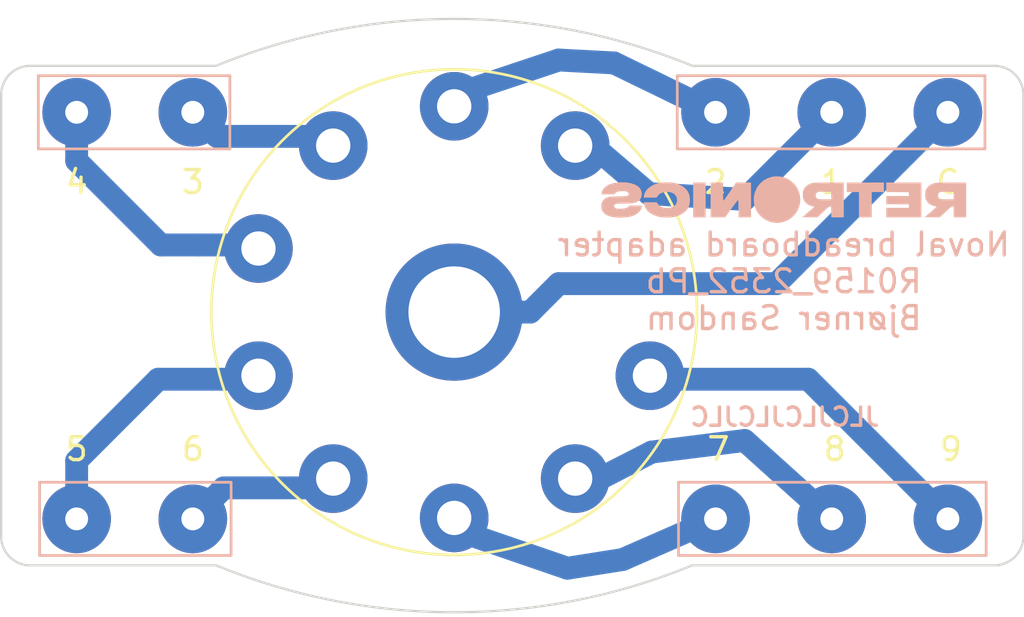
<source format=kicad_pcb>
(kicad_pcb (version 20221018) (generator pcbnew)
  (layers (0 "F.Cu" signal) (31 "B.Cu" signal) (34 "B.Paste" user) (35 "F.Paste" user) (36 "B.SilkS" user "B.Silkscreen") (37 "F.SilkS" user "F.Silkscreen") (38 "B.Mask" user) (39 "F.Mask" user) (44 "Edge.Cuts" user))
  (net 0 "")
  (net 1 "Net-(J1-Pin_3)")
  (net 2 "Net-(J1-Pin_2)")
  (net 3 "Net-(J1-Pin_1)")
  (net 4 "Net-(J2-Pin_1)")
  (net 5 "Net-(J2-Pin_2)")
  (net 6 "Net-(J3-Pin_1)")
  (net 7 "Net-(J3-Pin_2)")
  (net 8 "Net-(J4-Pin_3)")
  (net 9 "Net-(J4-Pin_2)")
  (net 10 "Net-(J4-Pin_1)")
  (footprint "Retronics_Connectors:NovalSocket_Ceramic_1" (layer "F.Cu") (at 106.940026 88.498026)
    (fp_text reference "V1" hide)
    (fp_text value "Noval_Socket_02")
    (fp_circle (center 0 0) (end 0 10.62) (stroke (width 0.12)) (fill none) (layer "F.SilkS"))
    (pad "1" thru_hole oval (at 5.290067 -7.281152) (size 3 3) (drill 1.5) (layers "*.Cu" "*.Mask") (net 9 "Net-(J4-Pin_2)"))
    (pad "2" thru_hole oval (at 0 -9) (size 3 3) (drill 1.5) (layers "*.Cu" "*.Mask") (net 10 "Net-(J4-Pin_1)"))
    (pad "3" thru_hole oval (at -5.290067 -7.281152) (size 3 3) (drill 1.5) (layers "*.Cu" "*.Mask") (net 7 "Net-(J3-Pin_2)"))
    (pad "4" thru_hole oval (at -8.559508 -2.781152) (size 3 3) (drill 1.5) (layers "*.Cu" "*.Mask") (net 6 "Net-(J3-Pin_1)"))
    (pad "5" thru_hole oval (at -8.559508 2.781152) (size 3 3) (drill 1.5) (layers "*.Cu" "*.Mask") (net 5 "Net-(J2-Pin_2)"))
    (pad "6" thru_hole oval (at -5.290067 7.281152) (size 3 3) (drill 1.5) (layers "*.Cu" "*.Mask") (net 4 "Net-(J2-Pin_1)"))
    (pad "7" thru_hole oval (at 0 9) (size 3 3) (drill 1.5) (layers "*.Cu" "*.Mask") (net 1 "Net-(J1-Pin_3)"))
    (pad "8" thru_hole oval (at 5.290067 7.281152) (size 3 3) (drill 1.5) (layers "*.Cu" "*.Mask") (net 2 "Net-(J1-Pin_2)"))
    (pad "9" thru_hole oval (at 8.559508 2.781152) (size 3 3) (drill 1.5) (layers "*.Cu" "*.Mask") (net 3 "Net-(J1-Pin_1)"))
    (pad "10" thru_hole circle (at 0 0) (size 6 6) (drill 4) (layers "*.Cu" "*.Mask") (net 8 "Net-(J4-Pin_3)"))
  )
  (footprint "Retronics_Connectors:PinHeader_1x03_P5.08mm_Vertical" (layer "B.Cu") (at 118.370026 79.760026 -90)
    (fp_text reference "J4" hide)
    (fp_text value "Pin Header+")
    (fp_line (start -1.6 -11.78) (end 1.6 -11.78) (stroke (width 0.12)) (layer "B.SilkS"))
    (fp_line (start -1.6 1.675) (end -1.6 -11.78) (stroke (width 0.12)) (layer "B.SilkS"))
    (fp_line (start -1.6 1.675) (end 1.6 1.675) (stroke (width 0.12)) (layer "B.SilkS"))
    (fp_line (start 1.6 1.675) (end 1.6 -11.78) (stroke (width 0.12)) (layer "B.SilkS"))
    (pad "1" thru_hole circle (at 0 0 270) (size 3 3) (drill 1) (layers "*.Cu" "*.Mask") (net 10 "Net-(J4-Pin_1)"))
    (pad "2" thru_hole circle (at 0 -5.08 270) (size 3 3) (drill 1) (layers "*.Cu" "*.Mask") (net 9 "Net-(J4-Pin_2)"))
    (pad "3" thru_hole circle (at 0 -10.16 270) (size 3 3) (drill 1) (layers "*.Cu" "*.Mask") (net 8 "Net-(J4-Pin_3)"))
  )
  (footprint "Retronics_Connectors:PinHeader_1x02_P5.08mm_Vertical" (layer "B.Cu") (at 90.430026 79.760026 -90)
    (fp_text reference "J3" hide)
    (fp_text value "Pin Header")
    (fp_line (start -1.6 -6.7) (end 1.6 -6.7) (stroke (width 0.12)) (layer "B.SilkS"))
    (fp_line (start -1.6 1.675) (end -1.6 -6.7) (stroke (width 0.12)) (layer "B.SilkS"))
    (fp_line (start -1.6 1.675) (end 1.6 1.675) (stroke (width 0.12)) (layer "B.SilkS"))
    (fp_line (start 1.6 1.675) (end 1.6 -6.7) (stroke (width 0.12)) (layer "B.SilkS"))
    (pad "1" thru_hole circle (at 0 0 270) (size 3 3) (drill 1) (layers "*.Cu" "*.Mask") (net 6 "Net-(J3-Pin_1)"))
    (pad "2" thru_hole circle (at 0 -5.08 270) (size 3 3) (drill 1) (layers "*.Cu" "*.Mask") (net 7 "Net-(J3-Pin_2)"))
  )
  (footprint "Icons_Graphics:retronics_logo_18mm" (layer "B.Cu") (at 121.345721 83.55 180)
    (fp_text reference "G***" hide)
    (fp_text value "LOGO" hide)
    (fp_poly (pts (xy 3.955266 -0.805436) (xy 3.40872 -0.805436) (xy 3.40872 0.71914) (xy 3.955266 0.71914)) (fill solid) (layer "B.SilkS"))
    (fp_poly (pts (xy -2.761495 0.302039) (xy -3.293658 0.302039) (xy -3.293658 -0.805436) (xy -3.854587 -0.805436) (xy -3.854587 0.302039) (xy -4.38675 0.302039) (xy -4.38675 0.71914) (xy -2.761495 0.71914)) (fill solid) (layer "B.SilkS"))
    (fp_poly (pts (xy -4.48743 0.302416) (xy -4.98004 0.298632) (xy -5.472651 0.294847) (xy -5.481277 0.129445) (xy -4.48743 0.129445) (xy -4.48743 -0.229747) (xy -4.98004 -0.233531) (xy -5.472651 -0.237316) (xy -5.476998 -0.312825) (xy -5.481345 -0.388335) (xy -4.48743 -0.388335) (xy -4.48743 -0.805436) (xy -6.026388 -0.805436) (xy -6.026388 0.71914) (xy -4.48743 0.71914)) (fill solid) (layer "B.SilkS"))
    (fp_poly (pts (xy 3.192978 -0.805436) (xy 2.872961 -0.805087) (xy 2.552944 -0.804739) (xy 2.280299 -0.423734) (xy 2.214135 -0.332041) (xy 2.152853 -0.248582) (xy 2.098533 -0.176073) (xy 2.053252 -0.117232) (xy 2.019088 -0.074775) (xy 1.998121 -0.051418) (xy 1.992644 -0.047726) (xy 1.987361 -0.063863) (xy 1.98283 -0.10803) (xy 1.979086 -0.1795) (xy 1.976165 -0.277548) (xy 1.974102 -0.401446) (xy 1.973798 -0.429079) (xy 1.969964 -0.805436) (xy 1.423895 -0.805436) (xy 1.423895 0.71914) (xy 1.751104 0.718799) (xy 2.078312 0.718459) (xy 2.344394 0.32352) (xy 2.408635 0.22894) (xy 2.468368 0.142469) (xy 2.521582 0.066903) (xy 2.566267 0.00504) (xy 2.600413 -0.040323) (xy 2.622008 -0.06639) (xy 2.628454 -0.071666) (xy 2.63402 -0.065491) (xy 2.638394 -0.045108) (xy 2.641692 -0.007986) (xy 2.644028 0.048404) (xy 2.645517 0.126594) (xy 2.646275 0.229114) (xy 2.646432 0.323613) (xy 2.646432 0.71914) (xy 3.192978 0.71914)) (fill solid) (layer "B.SilkS"))
    (fp_poly (pts (xy 0.396381 0.986764) (xy 0.497528 0.971676) (xy 0.562636 0.95378) (xy 0.640126 0.926853) (xy 0.717076 0.89555) (xy 0.747204 0.881701) (xy 0.813643 0.847917) (xy 0.867514 0.815016) (xy 0.917634 0.776569) (xy 0.97282 0.726144) (xy 1.007961 0.69154) (xy 1.067562 0.629926) (xy 1.111702 0.578155) (xy 1.14681 0.527411) (xy 1.179317 0.468877) (xy 1.198121 0.430784) (xy 1.25434 0.297431) (xy 1.28943 0.1717) (xy 1.30539 0.04411) (xy 1.305202 -0.077163) (xy 1.283079 -0.246235) (xy 1.235265 -0.405192) (xy 1.163705 -0.551795) (xy 1.070343 -0.683805) (xy 0.957124 -0.798984) (xy 0.825993 -0.895094) (xy 0.678894 -0.969895) (xy 0.517771 -1.02115) (xy 0.477875 -1.029575) (xy 0.394573 -1.041211) (xy 0.303279 -1.047051) (xy 0.215925 -1.04673) (xy 0.144443 -1.039883) (xy 0.143827 -1.039777) (xy -0.027482 -0.996382) (xy -0.185131 -0.928824) (xy -0.327192 -0.838507) (xy -0.451737 -0.726835) (xy -0.556839 -0.595212) (xy -0.623335 -0.48109) (xy -0.685736 -0.326396) (xy -0.721165 -0.16846) (xy -0.730784 -0.010032) (xy -0.715754 0.146135) (xy -0.677238 0.297291) (xy -0.616396 0.440685) (xy -0.534392 0.573564) (xy -0.432388 0.693179) (xy -0.311544 0.796778) (xy -0.173023 0.881609) (xy -0.021575 0.943777) (xy 0.111868 0.975467) (xy 0.254957 0.989999)) (fill solid) (layer "B.SilkS"))
    (fp_poly (pts (xy -7.360391 0.719031) (xy -7.214601 0.718652) (xy -7.078431 0.71761) (xy -6.95497 0.715971) (xy -6.847304 0.713798) (xy -6.758519 0.711157) (xy -6.691704 0.708113) (xy -6.649946 0.704729) (xy -6.644848 0.704014) (xy -6.518565 0.671802) (xy -6.409212 0.618883) (xy -6.318886 0.546699) (xy -6.249684 0.456691) (xy -6.22947 0.418345) (xy -6.211939 0.377559) (xy -6.200811 0.339872) (xy -6.194687 0.296666) (xy -6.192164 0.239323) (xy -6.19179 0.186636) (xy -6.192403 0.11669) (xy -6.195374 0.066614) (xy -6.202402 0.027518) (xy -6.215184 -0.009487) (xy -6.235419 -0.053288) (xy -6.239036 -0.060656) (xy -6.298871 -0.153859) (xy -6.377441 -0.227087) (xy -6.476398 -0.281543) (xy -6.591569 -0.317154) (xy -6.636989 -0.328463) (xy -6.669495 -0.338839) (xy -6.680519 -0.344725) (xy -6.671639 -0.356182) (xy -6.643701 -0.3835) (xy -6.599647 -0.424005) (xy -6.54242 -0.475026) (xy -6.47496 -0.533889) (xy -6.425941 -0.576009) (xy -6.165769 -0.798244) (xy -6.499907 -0.802108) (xy -6.834045 -0.805971) (xy -7.078935 -0.571983) (xy -7.157382 -0.497324) (xy -7.218255 -0.440385) (xy -7.264567 -0.398795) (xy -7.299331 -0.370184) (xy -7.325559 -0.35218) (xy -7.346265 -0.342412) (xy -7.364461 -0.338509) (xy -7.376268 -0.337995) (xy -7.428709 -0.337995) (xy -7.432661 -0.571715) (xy -7.436613 -0.805436) (xy -7.982447 -0.805436) (xy -7.982447 -0.014382) (xy -7.436843 -0.014382) (xy -7.159503 -0.01436) (xy -7.059696 -0.013999) (xy -6.984202 -0.012707) (xy -6.928572 -0.010142) (xy -6.888359 -0.005962) (xy -6.859117 0.000174) (xy -6.836397 0.008608) (xy -6.831824 0.01081) (xy -6.786806 0.047738) (xy -6.760221 0.099328) (xy -6.752345 0.15793) (xy -6.763456 0.215893) (xy -6.79383 0.265568) (xy -6.821768 0.288427) (xy -6.839827 0.298198) (xy -6.860415 0.305321) (xy -6.887956 0.310128) (xy -6.926872 0.312951) (xy -6.981587 0.314122) (xy -7.056522 0.313973) (xy -7.148245 0.312941) (xy -7.428709 0.30923) (xy -7.436843 -0.014382) (xy -7.982447 -0.014382) (xy -7.982447 0.71914)) (fill solid) (layer "B.SilkS"))
    (fp_poly (pts (xy -2.009995 0.719031) (xy -1.864205 0.718652) (xy -1.728035 0.71761) (xy -1.604574 0.715971) (xy -1.496907 0.713798) (xy -1.408123 0.711157) (xy -1.341308 0.708113) (xy -1.299549 0.704729) (xy -1.294451 0.704014) (xy -1.168169 0.671802) (xy -1.058815 0.618883) (xy -0.968489 0.546699) (xy -0.899288 0.456691) (xy -0.879074 0.418345) (xy -0.861542 0.377559) (xy -0.850415 0.339872) (xy -0.844291 0.296666) (xy -0.841767 0.239323) (xy -0.841393 0.186636) (xy -0.842006 0.11669) (xy -0.844978 0.066614) (xy -0.852005 0.027518) (xy -0.864788 -0.009487) (xy -0.885023 -0.053288) (xy -0.88864 -0.060656) (xy -0.948474 -0.153859) (xy -1.027045 -0.227087) (xy -1.126002 -0.281543) (xy -1.241172 -0.317154) (xy -1.286593 -0.328463) (xy -1.319099 -0.338839) (xy -1.330123 -0.344725) (xy -1.321243 -0.356182) (xy -1.293305 -0.3835) (xy -1.249251 -0.424005) (xy -1.192023 -0.475026) (xy -1.124563 -0.533889) (xy -1.075544 -0.576009) (xy -0.815373 -0.798244) (xy -1.149511 -0.802108) (xy -1.483649 -0.805971) (xy -1.728539 -0.571983) (xy -1.806986 -0.497324) (xy -1.867859 -0.440385) (xy -1.914171 -0.398795) (xy -1.948934 -0.370184) (xy -1.975163 -0.35218) (xy -1.995869 -0.342412) (xy -2.014065 -0.338509) (xy -2.025871 -0.337995) (xy -2.078313 -0.337995) (xy -2.082265 -0.571715) (xy -2.086217 -0.805436) (xy -2.63205 -0.805436) (xy -2.63205 -0.014382) (xy -2.086447 -0.014382) (xy -1.809107 -0.01436) (xy -1.7093 -0.013999) (xy -1.633805 -0.012707) (xy -1.578175 -0.010142) (xy -1.537963 -0.005962) (xy -1.508721 0.000174) (xy -1.486001 0.008608) (xy -1.481427 0.01081) (xy -1.43641 0.047738) (xy -1.409824 0.099328) (xy -1.401948 0.15793) (xy -1.413059 0.215893) (xy -1.443434 0.265568) (xy -1.471371 0.288427) (xy -1.489431 0.298198) (xy -1.510019 0.305321) (xy -1.53756 0.310128) (xy -1.576476 0.312951) (xy -1.63119 0.314122) (xy -1.706125 0.313973) (xy -1.797849 0.312941) (xy -2.078313 0.30923) (xy -2.086447 -0.014382) (xy -2.63205 -0.014382) (xy -2.63205 0.71914)) (fill solid) (layer "B.SilkS"))
    (fp_poly (pts (xy 5.268274 0.720805) (xy 5.371739 0.711055) (xy 5.443782 0.698824) (xy 5.596378 0.655029) (xy 5.733297 0.595551) (xy 5.852418 0.522209) (xy 5.95162 0.436823) (xy 6.028782 0.341212) (xy 6.081785 0.237196) (xy 6.108259 0.128723) (xy 6.11669 0.057531) (xy 5.828 0.057531) (xy 5.730006 0.057648) (xy 5.65695 0.058251) (xy 5.605004 0.059722) (xy 5.570341 0.062442) (xy 5.549132 0.066794) (xy 5.537551 0.073158) (xy 5.53177 0.081916) (xy 5.529881 0.087242) (xy 5.514767 0.116084) (xy 5.487985 0.153286) (xy 5.476271 0.167271) (xy 5.406635 0.226219) (xy 5.318218 0.26996) (xy 5.217096 0.297759) (xy 5.109346 0.308883) (xy 5.001045 0.302599) (xy 4.89827 0.278174) (xy 4.825424 0.245818) (xy 4.753806 0.190247) (xy 4.701546 0.117959) (xy 4.669761 0.034478) (xy 4.659567 -0.054672) (xy 4.67208 -0.143965) (xy 4.708419 -0.227877) (xy 4.724795 -0.252067) (xy 4.782225 -0.306774) (xy 4.860097 -0.348939) (xy 4.9526 -0.37777) (xy 5.053922 -0.392478) (xy 5.158248 -0.392272) (xy 5.259768 -0.37636) (xy 5.352668 -0.343951) (xy 5.362999 -0.338897) (xy 5.420507 -0.302334) (xy 5.473028 -0.255952) (xy 5.512822 -0.207423) (xy 5.529881 -0.173538) (xy 5.534211 -0.163455) (xy 5.542451 -0.155955) (xy 5.558431 -0.150657) (xy 5.585978 -0.147179) (xy 5.628922 -0.145139) (xy 5.69109 -0.144156) (xy 5.776311 -0.143848) (xy 5.827868 -0.143828) (xy 6.116425 -0.143828) (xy 6.109362 -0.206486) (xy 6.093734 -0.27431) (xy 6.063443 -0.352286) (xy 6.023388 -0.429483) (xy 5.982013 -0.490562) (xy 5.907191 -0.566575) (xy 5.809642 -0.637222) (xy 5.695323 -0.699256) (xy 5.570196 -0.74943) (xy 5.443884 -0.783748) (xy 5.365682 -0.796097) (xy 5.269733 -0.805505) (xy 5.16505 -0.811621) (xy 5.060646 -0.814093) (xy 4.965533 -0.812569) (xy 4.888724 -0.806698) (xy 4.881345 -0.80571) (xy 4.713206 -0.771125) (xy 4.560767 -0.717984) (xy 4.426259 -0.647576) (xy 4.31191 -0.561188) (xy 4.219949 -0.46011) (xy 4.180987 -0.400914) (xy 4.13122 -0.28819) (xy 4.102556 -0.16259) (xy 4.094832 -0.030609) (xy 4.107882 0.101257) (xy 4.141545 0.226515) (xy 4.195657 0.338669) (xy 4.199779 0.345196) (xy 4.276612 0.440297) (xy 4.377709 0.526182) (xy 4.499395 0.600485) (xy 4.637995 0.660841) (xy 4.739127 0.692469) (xy 4.820045 0.708175) (xy 4.921365 0.718933) (xy 5.035141 0.724672) (xy 5.153426 0.72532)) (fill solid) (layer "B.SilkS"))
    (fp_poly (pts (xy 7.230945 0.722033) (xy 7.354879 0.706754) (xy 7.457522 0.687737) (xy 7.546287 0.663146) (xy 7.628588 0.631144) (xy 7.663413 0.614853) (xy 7.772486 0.54829) (xy 7.859135 0.467067) (xy 7.921748 0.373128) (xy 7.958713 0.26842) (xy 7.961336 0.255295) (xy 7.971264 0.201359) (xy 7.405277 0.201359) (xy 7.370302 0.242925) (xy 7.320652 0.285344) (xy 7.251975 0.315509) (xy 7.161267 0.334448) (xy 7.082134 0.341629) (xy 6.981857 0.342618) (xy 6.904014 0.332441) (xy 6.844152 0.310157) (xy 6.806653 0.283377) (xy 6.778837 0.242457) (xy 6.776172 0.198685) (xy 6.798288 0.159741) (xy 6.81319 0.147755) (xy 6.828411 0.139798) (xy 6.849451 0.133413) (xy 6.879841 0.128309) (xy 6.923112 0.124188) (xy 6.982796 0.120759) (xy 7.062423 0.117725) (xy 7.165525 0.114793) (xy 7.226695 0.11328) (xy 7.344603 0.110214) (xy 7.437913 0.107086) (xy 7.510791 0.10355) (xy 7.567404 0.099257) (xy 7.611917 0.093858) (xy 7.648497 0.087005) (xy 7.68131 0.078351) (xy 7.69479 0.074154) (xy 7.789567 0.033538) (xy 7.862556 -0.021831) (xy 7.918697 -0.096078) (xy 7.934721 -0.126143) (xy 7.956286 -0.174792) (xy 7.96839 -0.218214) (xy 7.973405 -0.268381) (xy 7.973888 -0.323612) (xy 7.968398 -0.410971) (xy 7.954497 -0.477174) (xy 7.948457 -0.49293) (xy 7.906479 -0.562329) (xy 7.846533 -0.629893) (xy 7.778133 -0.68529) (xy 7.762175 -0.695241) (xy 7.664518 -0.740197) (xy 7.543949 -0.77537) (xy 7.404796 -0.800222) (xy 7.251388 -0.814218) (xy 7.088053 -0.816819) (xy 6.919118 -0.80749) (xy 6.884725 -0.804112) (xy 6.728667 -0.778744) (xy 6.587074 -0.737823) (xy 6.463547 -0.682765) (xy 6.361683 -0.614986) (xy 6.328222 -0.585035) (xy 6.277556 -0.525169) (xy 6.236095 -0.456887) (xy 6.208434 -0.389111) (xy 6.199121 -0.334399) (xy 6.19898 -0.287655) (xy 6.747383 -0.287655) (xy 6.782609 -0.329519) (xy 6.831616 -0.369759) (xy 6.902836 -0.399339) (xy 6.998079 -0.418831) (xy 7.094145 -0.427618) (xy 7.206625 -0.428876) (xy 7.293285 -0.418662) (xy 7.354804 -0.396695) (xy 7.39186 -0.362697) (xy 7.405131 -0.316388) (xy 7.40455 -0.299788) (xy 7.395173 -0.263102) (xy 7.370235 -0.238074) (xy 7.349603 -0.226551) (xy 7.327978 -0.217654) (xy 7.300889 -0.211082) (xy 7.263947 -0.206504) (xy 7.212763 -0.203587) (xy 7.142948 -0.202) (xy 7.050113 -0.201412) (xy 7.016244 -0.201381) (xy 6.857422 -0.199599) (xy 6.724161 -0.193858) (xy 6.61345 -0.183524) (xy 6.522276 -0.167964) (xy 6.447628 -0.146545) (xy 6.386494 -0.118633) (xy 6.335862 -0.083596) (xy 6.301965 -0.051174) (xy 6.244563 0.031314) (xy 6.210995 0.125143) (xy 6.201485 0.225217) (xy 6.216259 0.326437) (xy 6.255545 0.423709) (xy 6.279205 0.461865) (xy 6.344186 0.532317) (xy 6.433269 0.593627) (xy 6.542984 0.644846) (xy 6.669859 0.685024) (xy 6.810423 0.713213) (xy 6.961205 0.728464) (xy 7.118733 0.729828)) (fill solid) (layer "B.SilkS"))
  )
  (footprint "Retronics_Connectors:PinHeader_1x03_P5.08mm_Vertical" (layer "B.Cu") (at 128.530026 97.540026 90)
    (fp_text reference "J1" hide)
    (fp_text value "Pin Header")
    (fp_line (start -1.6 -11.78) (end 1.6 -11.78) (stroke (width 0.12)) (layer "B.SilkS"))
    (fp_line (start -1.6 1.675) (end -1.6 -11.78) (stroke (width 0.12)) (layer "B.SilkS"))
    (fp_line (start -1.6 1.675) (end 1.6 1.675) (stroke (width 0.12)) (layer "B.SilkS"))
    (fp_line (start 1.6 1.675) (end 1.6 -11.78) (stroke (width 0.12)) (layer "B.SilkS"))
    (pad "1" thru_hole circle (at 0 0 90) (size 3 3) (drill 1) (layers "*.Cu" "*.Mask") (net 3 "Net-(J1-Pin_1)"))
    (pad "2" thru_hole circle (at 0 -5.08 90) (size 3 3) (drill 1) (layers "*.Cu" "*.Mask") (net 2 "Net-(J1-Pin_2)"))
    (pad "3" thru_hole circle (at 0 -10.16 90) (size 3 3) (drill 1) (layers "*.Cu" "*.Mask") (net 1 "Net-(J1-Pin_3)"))
  )
  (footprint "Retronics_Connectors:PinHeader_1x02_P5.08mm_Vertical" (layer "B.Cu") (at 95.510026 97.540026 90)
    (fp_text reference "J2" hide)
    (fp_text value "Pin Header")
    (fp_line (start -1.6 -6.7) (end 1.6 -6.7) (stroke (width 0.12)) (layer "B.SilkS"))
    (fp_line (start -1.6 1.675) (end -1.6 -6.7) (stroke (width 0.12)) (layer "B.SilkS"))
    (fp_line (start -1.6 1.675) (end 1.6 1.675) (stroke (width 0.12)) (layer "B.SilkS"))
    (fp_line (start 1.6 1.675) (end 1.6 -6.7) (stroke (width 0.12)) (layer "B.SilkS"))
    (pad "1" thru_hole circle (at 0 0 90) (size 3 3) (drill 1) (layers "*.Cu" "*.Mask") (net 4 "Net-(J2-Pin_1)"))
    (pad "2" thru_hole circle (at 0 -5.08 90) (size 3 3) (drill 1) (layers "*.Cu" "*.Mask") (net 5 "Net-(J2-Pin_2)"))
  )
  (gr_line (start 87.128026 98.302026) (end 87.128026 78.998026) (stroke (width 0.1)) (layer "Edge.Cuts"))
  (gr_line (start 131.832026 98.302026) (end 131.832026 78.998026) (stroke (width 0.1)) (layer "Edge.Cuts"))
  (gr_line (start 88.398026 77.728026) (end 96.526026 77.728026) (stroke (width 0.1)) (layer "Edge.Cuts"))
  (gr_line (start 130.562026 77.728026) (end 117.354026 77.728026) (stroke (width 0.1)) (layer "Edge.Cuts"))
  (gr_arc (start 130.562026 77.728026) (mid 131.460026 78.100011) (end 131.832026 78.998026) (stroke (width 0.1)) (layer "Edge.Cuts"))
  (gr_arc (start 131.832026 98.302026) (mid 131.460044 99.200044) (end 130.562026 99.572026) (stroke (width 0.1)) (layer "Edge.Cuts"))
  (gr_arc (start 88.398026 99.572026) (mid 87.5 99.200052) (end 87.128026 98.302026) (stroke (width 0.1)) (layer "Edge.Cuts"))
  (gr_line (start 130.562026 99.572026) (end 117.354026 99.572026) (stroke (width 0.1)) (layer "Edge.Cuts"))
  (gr_line (start 88.398026 99.572026) (end 96.526026 99.572026) (stroke (width 0.1)) (layer "Edge.Cuts"))
  (gr_arc (start 96.526026 77.728026) (mid 106.940026 75.676043) (end 117.354026 77.728026) (stroke (width 0.1)) (layer "Edge.Cuts"))
  (gr_arc (start 87.128026 78.998026) (mid 87.5 78.1) (end 88.398026 77.728026) (stroke (width 0.1)) (layer "Edge.Cuts"))
  (gr_arc (start 117.354026 99.572026) (mid 106.940026 101.624009) (end 96.526026 99.572026) (stroke (width 0.1)) (layer "Edge.Cuts"))
  (gr_text locked "Noval breadboard adapter\nR0159_2352_Pb\nBjørner Sandom" (at 121.35 87.15) (layer "B.SilkS") (effects (font (size 1 1)) (justify mirror)))
  (gr_text "JLCJLCJLCJLC" (at 125.609286 93.55) (layer "B.SilkS") (effects (font (size 0.8 0.8)) (justify left bottom mirror)))
  (gr_text "8" (at 123.577026 94.492026) (layer "F.SilkS") (effects (font (size 1 1))))
  (gr_text "3" (at 95.510026 82.808026) (layer "F.SilkS") (effects (font (size 1 1))))
  (gr_text "4" (at 90.430026 82.808026) (layer "F.SilkS") (effects (font (size 1 1))))
  (gr_text "9" (at 128.657026 94.492026) (layer "F.SilkS") (effects (font (size 1 1))))
  (gr_text "2" (at 118.370026 82.808026) (layer "F.SilkS") (effects (font (size 1 1))))
  (gr_text "C" (at 128.530026 82.808026) (layer "F.SilkS") (effects (font (size 1 1))))
  (gr_text "7" (at 118.497026 94.492026) (layer "F.SilkS") (effects (font (size 1 1))))
  (gr_text "5" (at 90.430026 94.492026) (layer "F.SilkS") (effects (font (size 1 1))))
  (gr_text "6" (at 95.510026 94.492026) (layer "F.SilkS") (effects (font (size 1 1))))
  (gr_text "1" (at 123.450026 82.808026) (layer "F.SilkS") (effects (font (size 1 1))))
  (segment (start 114.306026 99.318026) (end 111.893026 99.699026) (width 1) (layer "B.Cu") (net 1))
  (segment (start 111.893026 99.699026) (end 106.940026 97.998026) (width 1) (layer "B.Cu") (net 1))
  (segment (start 118.370026 97.540026) (end 114.306026 99.318026) (width 1) (layer "B.Cu") (net 1))
  (segment (start 123.450026 97.540026) (end 119.640026 94.111026) (width 1) (layer "B.Cu") (net 2))
  (segment (start 119.640026 94.111026) (end 115.576026 94.619026) (width 1) (layer "B.Cu") (net 2))
  (segment (start 115.576026 94.619026) (end 112.523985 96.183687) (width 1) (layer "B.Cu") (net 2))
  (segment (start 122.423687 91.433687) (end 115.975062 91.433687) (width 1) (layer "B.Cu") (net 3))
  (segment (start 128.530026 97.540026) (end 122.423687 91.433687) (width 1) (layer "B.Cu") (net 3))
  (segment (start 101.356067 96.183687) (end 96.866365 96.183687) (width 1) (layer "B.Cu") (net 4))
  (segment (start 96.866365 96.183687) (end 95.510026 97.540026) (width 1) (layer "B.Cu") (net 4))
  (segment (start 93.996365 91.433687) (end 90.430026 95.000026) (width 1) (layer "B.Cu") (net 5))
  (segment (start 97.90499 91.433687) (end 93.996365 91.433687) (width 1) (layer "B.Cu") (net 5))
  (segment (start 90.430026 95.000026) (end 90.430026 97.540026) (width 1) (layer "B.Cu") (net 5))
  (segment (start 94.111045 85.562365) (end 95.78367 85.562365) (width 1) (layer "B.Cu") (net 6))
  (segment (start 95.78367 85.562365) (end 97.90499 85.562365) (width 1) (layer "B.Cu") (net 6))
  (segment (start 90.430026 79.760026) (end 90.430026 81.881346) (width 1) (layer "B.Cu") (net 6))
  (segment (start 90.430026 81.881346) (end 94.111045 85.562365) (width 1) (layer "B.Cu") (net 6))
  (segment (start 101.356067 80.812365) (end 96.562365 80.812365) (width 1) (layer "B.Cu") (net 7))
  (segment (start 96.562365 80.812365) (end 95.510026 79.760026) (width 1) (layer "B.Cu") (net 7))
  (segment (start 121.037026 87.253026) (end 128.530026 79.760026) (width 1) (layer "B.Cu") (net 8))
  (segment (start 106.940026 88.498026) (end 110.267026 88.498026) (width 1) (layer "B.Cu") (net 8))
  (segment (start 111.512026 87.253026) (end 121.037026 87.253026) (width 1) (layer "B.Cu") (net 8))
  (segment (start 110.267026 88.498026) (end 111.512026 87.253026) (width 1) (layer "B.Cu") (net 8))
  (segment (start 115.449026 83.316026) (end 112.523985 80.812365) (width 1) (layer "B.Cu") (net 9))
  (segment (start 119.640026 83.570026) (end 115.449026 83.316026) (width 1) (layer "B.Cu") (net 9))
  (segment (start 123.450026 79.760026) (end 119.640026 83.570026) (width 1) (layer "B.Cu") (net 9))
  (segment (start 113.925026 77.601026) (end 111.512026 77.474026) (width 1) (layer "B.Cu") (net 10))
  (segment (start 118.370026 79.760026) (end 113.925026 77.601026) (width 1) (layer "B.Cu") (net 10))
  (segment (start 111.512026 77.474026) (end 106.940026 78.998026) (width 1) (layer "B.Cu") (net 10))
)
</source>
